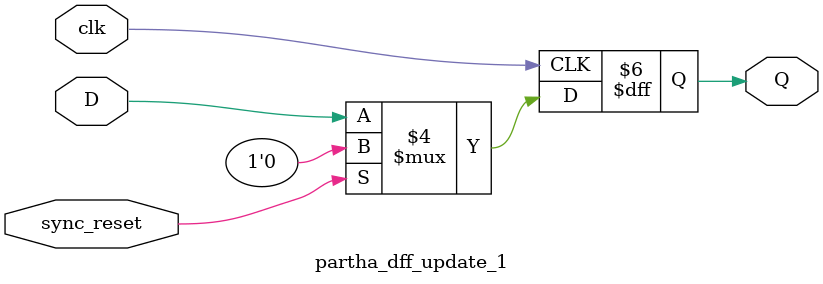
<source format=v>
module partha_dff_update_1(D,clk,sync_reset,Q);
input D, clk, sync_reset; 
output reg Q; 
always @(posedge clk) 
begin
 if(sync_reset==1'b1)
  Q <= 1'b0; 
 else 
  Q <= D; 
end 
endmodule

</source>
